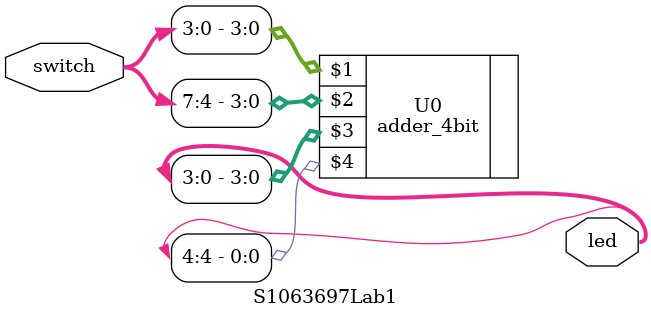
<source format=v>
`timescale 1ns / 1ps
module S1063697Lab1(
    input [7:0] switch,
    output [4:0] led
    );
	
	adder_4bit U0(switch[3:0],switch[7:4],led[3:0],led[4]);
	

endmodule

</source>
